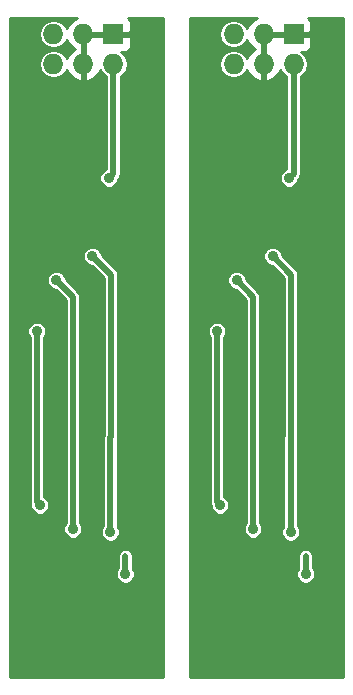
<source format=gbr>
G04 #@! TF.FileFunction,Copper,L2,Bot,Signal*
%FSLAX46Y46*%
G04 Gerber Fmt 4.6, Leading zero omitted, Abs format (unit mm)*
G04 Created by KiCad (PCBNEW (2015-02-15 BZR 5420)-product) date Tue 17 Feb 2015 11:56:18 AM EET*
%MOMM*%
G01*
G04 APERTURE LIST*
%ADD10C,0.100000*%
%ADD11R,1.727200X1.727200*%
%ADD12O,1.727200X1.727200*%
%ADD13C,0.889000*%
%ADD14C,0.508000*%
%ADD15C,0.254000*%
G04 APERTURE END LIST*
D10*
D11*
X68688000Y-24253286D03*
D12*
X68688000Y-26793286D03*
X66148000Y-24253286D03*
X66148000Y-26793286D03*
X63608000Y-24253286D03*
X63608000Y-26793286D03*
D11*
X83938000Y-24253286D03*
D12*
X83938000Y-26793286D03*
X81398000Y-24253286D03*
X81398000Y-26793286D03*
X78858000Y-24253286D03*
X78858000Y-26793286D03*
D13*
X69704000Y-69973286D03*
X84954000Y-69973286D03*
X67545000Y-57908286D03*
X71990000Y-69973286D03*
X60814000Y-69973286D03*
X66910000Y-63877286D03*
X63100000Y-69973286D03*
X62592000Y-65655286D03*
X82795000Y-57908286D03*
X87240000Y-69973286D03*
X76064000Y-69973286D03*
X82160000Y-63877286D03*
X78350000Y-69973286D03*
X77842000Y-65655286D03*
X62465000Y-64131286D03*
X62211000Y-49399286D03*
X77715000Y-64131286D03*
X77461000Y-49399286D03*
X68434000Y-66417286D03*
X66910000Y-43049286D03*
X83684000Y-66417286D03*
X82160000Y-43049286D03*
X65259000Y-66163286D03*
X63862000Y-45081286D03*
X80509000Y-66163286D03*
X79112000Y-45081286D03*
X68307000Y-36445286D03*
X83557000Y-36445286D03*
D14*
X69704000Y-68449286D02*
X69704000Y-69973286D01*
X84954000Y-68449286D02*
X84954000Y-69973286D01*
D15*
X64370000Y-69973286D02*
X66910000Y-67433286D01*
X66910000Y-67433286D02*
X66910000Y-63877286D01*
X63100000Y-69973286D02*
X64370000Y-69973286D01*
X63100000Y-66163286D02*
X62592000Y-65655286D01*
X63100000Y-69973286D02*
X63100000Y-66163286D01*
X79620000Y-69973286D02*
X82160000Y-67433286D01*
X82160000Y-67433286D02*
X82160000Y-63877286D01*
X78350000Y-69973286D02*
X79620000Y-69973286D01*
X78350000Y-66163286D02*
X77842000Y-65655286D01*
X78350000Y-69973286D02*
X78350000Y-66163286D01*
D14*
X62211000Y-63877286D02*
X62465000Y-64131286D01*
X62211000Y-63877286D02*
X62211000Y-49399286D01*
X77461000Y-63877286D02*
X77715000Y-64131286D01*
X77461000Y-63877286D02*
X77461000Y-49399286D01*
X68434000Y-66417286D02*
X68434000Y-58391396D01*
X68434000Y-58391396D02*
X68472101Y-58353295D01*
X68472101Y-58353295D02*
X68472101Y-49564387D01*
X68472101Y-44611387D02*
X66910000Y-43049286D01*
X68472101Y-49564387D02*
X68472101Y-44611387D01*
X83684000Y-66417286D02*
X83684000Y-58391396D01*
X83684000Y-58391396D02*
X83722101Y-58353295D01*
X83722101Y-58353295D02*
X83722101Y-49564387D01*
X83722101Y-44611387D02*
X82160000Y-43049286D01*
X83722101Y-49564387D02*
X83722101Y-44611387D01*
X65259000Y-50458468D02*
X65259000Y-51431286D01*
X65259000Y-66163286D02*
X65259000Y-51431286D01*
X65259000Y-46478286D02*
X63862000Y-45081286D01*
X65259000Y-50458468D02*
X65259000Y-46478286D01*
X80509000Y-50458468D02*
X80509000Y-51431286D01*
X80509000Y-66163286D02*
X80509000Y-51431286D01*
X80509000Y-46478286D02*
X79112000Y-45081286D01*
X80509000Y-50458468D02*
X80509000Y-46478286D01*
X68307000Y-36445286D02*
X68688000Y-36064286D01*
X68688000Y-36064286D02*
X68688000Y-26793286D01*
X83557000Y-36445286D02*
X83938000Y-36064286D01*
X83938000Y-36064286D02*
X83938000Y-26793286D01*
D15*
G36*
X88156937Y-78681000D02*
X85754239Y-78681000D01*
X85754239Y-69814834D01*
X85632687Y-69520658D01*
X85563600Y-69451450D01*
X85563600Y-68449286D01*
X85517197Y-68216002D01*
X85436600Y-68095380D01*
X85436600Y-25243196D01*
X85436600Y-24990577D01*
X85436600Y-24539036D01*
X85277850Y-24380286D01*
X84065000Y-24380286D01*
X84065000Y-24400286D01*
X83811000Y-24400286D01*
X83811000Y-24380286D01*
X82731817Y-24380286D01*
X82598150Y-24380286D01*
X81525000Y-24380286D01*
X81525000Y-25458817D01*
X81525000Y-25587755D01*
X81525000Y-26666286D01*
X81545000Y-26666286D01*
X81545000Y-26920286D01*
X81525000Y-26920286D01*
X81525000Y-28127755D01*
X81757027Y-28248254D01*
X82286490Y-28000107D01*
X82680688Y-27568233D01*
X82800495Y-27278974D01*
X83052009Y-27655391D01*
X83328400Y-27840069D01*
X83328400Y-35674031D01*
X83104372Y-35766599D01*
X82879104Y-35991474D01*
X82757039Y-36285438D01*
X82756761Y-36603738D01*
X82878313Y-36897914D01*
X83103188Y-37123182D01*
X83397152Y-37245247D01*
X83715452Y-37245525D01*
X84009628Y-37123973D01*
X84234896Y-36899098D01*
X84356961Y-36605134D01*
X84357046Y-36507344D01*
X84369052Y-36495339D01*
X84369052Y-36495338D01*
X84501197Y-36297570D01*
X84547599Y-36064286D01*
X84547600Y-36064286D01*
X84547600Y-27840069D01*
X84823991Y-27655391D01*
X85088280Y-27259854D01*
X85181086Y-26793286D01*
X85088280Y-26326718D01*
X84823991Y-25931181D01*
X84555656Y-25751886D01*
X84927909Y-25751886D01*
X85161298Y-25655213D01*
X85339927Y-25476585D01*
X85436600Y-25243196D01*
X85436600Y-68095380D01*
X85385052Y-68018234D01*
X85187284Y-67886089D01*
X84954000Y-67839686D01*
X84720716Y-67886089D01*
X84522948Y-68018234D01*
X84484239Y-68076165D01*
X84484239Y-66258834D01*
X84362687Y-65964658D01*
X84293600Y-65895450D01*
X84293600Y-58544841D01*
X84331701Y-58353295D01*
X84331701Y-49564387D01*
X84331701Y-44611387D01*
X84285298Y-44378103D01*
X84153153Y-44180335D01*
X84153153Y-44180334D01*
X82960154Y-42987336D01*
X82960239Y-42890834D01*
X82838687Y-42596658D01*
X82613812Y-42371390D01*
X82319848Y-42249325D01*
X82001548Y-42249047D01*
X81707372Y-42370599D01*
X81482104Y-42595474D01*
X81360039Y-42889438D01*
X81359761Y-43207738D01*
X81481313Y-43501914D01*
X81706188Y-43727182D01*
X82000152Y-43849247D01*
X82097942Y-43849332D01*
X83112501Y-44863891D01*
X83112501Y-49564387D01*
X83112501Y-58199849D01*
X83074400Y-58391396D01*
X83074400Y-65895297D01*
X83006104Y-65963474D01*
X82884039Y-66257438D01*
X82883761Y-66575738D01*
X83005313Y-66869914D01*
X83230188Y-67095182D01*
X83524152Y-67217247D01*
X83842452Y-67217525D01*
X84136628Y-67095973D01*
X84361896Y-66871098D01*
X84483961Y-66577134D01*
X84484239Y-66258834D01*
X84484239Y-68076165D01*
X84390803Y-68216002D01*
X84344400Y-68449286D01*
X84344400Y-69451297D01*
X84276104Y-69519474D01*
X84154039Y-69813438D01*
X84153761Y-70131738D01*
X84275313Y-70425914D01*
X84500188Y-70651182D01*
X84794152Y-70773247D01*
X85112452Y-70773525D01*
X85406628Y-70651973D01*
X85631896Y-70427098D01*
X85753961Y-70133134D01*
X85754239Y-69814834D01*
X85754239Y-78681000D01*
X81309239Y-78681000D01*
X81309239Y-66004834D01*
X81187687Y-65710658D01*
X81118600Y-65641450D01*
X81118600Y-51431286D01*
X81118600Y-50458468D01*
X81118600Y-46478286D01*
X81072197Y-46245002D01*
X80940052Y-46047234D01*
X80940052Y-46047233D01*
X79912154Y-45019336D01*
X79912239Y-44922834D01*
X79790687Y-44628658D01*
X79565812Y-44403390D01*
X79271848Y-44281325D01*
X78953548Y-44281047D01*
X78659372Y-44402599D01*
X78434104Y-44627474D01*
X78312039Y-44921438D01*
X78311761Y-45239738D01*
X78433313Y-45533914D01*
X78658188Y-45759182D01*
X78952152Y-45881247D01*
X79049942Y-45881332D01*
X79899400Y-46730790D01*
X79899400Y-50458468D01*
X79899400Y-51431286D01*
X79899400Y-65641297D01*
X79831104Y-65709474D01*
X79709039Y-66003438D01*
X79708761Y-66321738D01*
X79830313Y-66615914D01*
X80055188Y-66841182D01*
X80349152Y-66963247D01*
X80667452Y-66963525D01*
X80961628Y-66841973D01*
X81186896Y-66617098D01*
X81308961Y-66323134D01*
X81309239Y-66004834D01*
X81309239Y-78681000D01*
X78515239Y-78681000D01*
X78515239Y-63972834D01*
X78393687Y-63678658D01*
X78168812Y-63453390D01*
X78070600Y-63412608D01*
X78070600Y-49921274D01*
X78138896Y-49853098D01*
X78260961Y-49559134D01*
X78261239Y-49240834D01*
X78139687Y-48946658D01*
X77914812Y-48721390D01*
X77620848Y-48599325D01*
X77302548Y-48599047D01*
X77008372Y-48720599D01*
X76783104Y-48945474D01*
X76661039Y-49239438D01*
X76660761Y-49557738D01*
X76782313Y-49851914D01*
X76851400Y-49921121D01*
X76851400Y-63877286D01*
X76897803Y-64110570D01*
X76914895Y-64136150D01*
X76914761Y-64289738D01*
X77036313Y-64583914D01*
X77261188Y-64809182D01*
X77555152Y-64931247D01*
X77873452Y-64931525D01*
X78167628Y-64809973D01*
X78392896Y-64585098D01*
X78514961Y-64291134D01*
X78515239Y-63972834D01*
X78515239Y-78681000D01*
X75202937Y-78681000D01*
X75175201Y-22880886D01*
X80862800Y-22880886D01*
X80509510Y-23046465D01*
X80115312Y-23478339D01*
X79995504Y-23767597D01*
X79743991Y-23391181D01*
X79348454Y-23126892D01*
X78881886Y-23034086D01*
X78834114Y-23034086D01*
X78367546Y-23126892D01*
X77972009Y-23391181D01*
X77707720Y-23786718D01*
X77614914Y-24253286D01*
X77707720Y-24719854D01*
X77972009Y-25115391D01*
X78367546Y-25379680D01*
X78834114Y-25472486D01*
X78881886Y-25472486D01*
X79348454Y-25379680D01*
X79743991Y-25115391D01*
X79995504Y-24738974D01*
X80115312Y-25028233D01*
X80509510Y-25460107D01*
X80644312Y-25523286D01*
X80509510Y-25586465D01*
X80115312Y-26018339D01*
X79995504Y-26307597D01*
X79743991Y-25931181D01*
X79348454Y-25666892D01*
X78881886Y-25574086D01*
X78834114Y-25574086D01*
X78367546Y-25666892D01*
X77972009Y-25931181D01*
X77707720Y-26326718D01*
X77614914Y-26793286D01*
X77707720Y-27259854D01*
X77972009Y-27655391D01*
X78367546Y-27919680D01*
X78834114Y-28012486D01*
X78881886Y-28012486D01*
X79348454Y-27919680D01*
X79743991Y-27655391D01*
X79995504Y-27278974D01*
X80115312Y-27568233D01*
X80509510Y-28000107D01*
X81038973Y-28248254D01*
X81271000Y-28127755D01*
X81271000Y-26920286D01*
X81251000Y-26920286D01*
X81251000Y-26666286D01*
X81271000Y-26666286D01*
X81271000Y-25587755D01*
X81271000Y-25458817D01*
X81271000Y-24380286D01*
X81251000Y-24380286D01*
X81251000Y-24126286D01*
X81271000Y-24126286D01*
X81271000Y-24106286D01*
X81525000Y-24106286D01*
X81525000Y-24126286D01*
X82598150Y-24126286D01*
X82731817Y-24126286D01*
X83811000Y-24126286D01*
X83811000Y-24106286D01*
X84065000Y-24106286D01*
X84065000Y-24126286D01*
X85277850Y-24126286D01*
X85436600Y-23967536D01*
X85436600Y-23515995D01*
X85436600Y-23263376D01*
X85339927Y-23029987D01*
X85190825Y-22880886D01*
X88129201Y-22880886D01*
X88156937Y-78681000D01*
X88156937Y-78681000D01*
G37*
X88156937Y-78681000D02*
X85754239Y-78681000D01*
X85754239Y-69814834D01*
X85632687Y-69520658D01*
X85563600Y-69451450D01*
X85563600Y-68449286D01*
X85517197Y-68216002D01*
X85436600Y-68095380D01*
X85436600Y-25243196D01*
X85436600Y-24990577D01*
X85436600Y-24539036D01*
X85277850Y-24380286D01*
X84065000Y-24380286D01*
X84065000Y-24400286D01*
X83811000Y-24400286D01*
X83811000Y-24380286D01*
X82731817Y-24380286D01*
X82598150Y-24380286D01*
X81525000Y-24380286D01*
X81525000Y-25458817D01*
X81525000Y-25587755D01*
X81525000Y-26666286D01*
X81545000Y-26666286D01*
X81545000Y-26920286D01*
X81525000Y-26920286D01*
X81525000Y-28127755D01*
X81757027Y-28248254D01*
X82286490Y-28000107D01*
X82680688Y-27568233D01*
X82800495Y-27278974D01*
X83052009Y-27655391D01*
X83328400Y-27840069D01*
X83328400Y-35674031D01*
X83104372Y-35766599D01*
X82879104Y-35991474D01*
X82757039Y-36285438D01*
X82756761Y-36603738D01*
X82878313Y-36897914D01*
X83103188Y-37123182D01*
X83397152Y-37245247D01*
X83715452Y-37245525D01*
X84009628Y-37123973D01*
X84234896Y-36899098D01*
X84356961Y-36605134D01*
X84357046Y-36507344D01*
X84369052Y-36495339D01*
X84369052Y-36495338D01*
X84501197Y-36297570D01*
X84547599Y-36064286D01*
X84547600Y-36064286D01*
X84547600Y-27840069D01*
X84823991Y-27655391D01*
X85088280Y-27259854D01*
X85181086Y-26793286D01*
X85088280Y-26326718D01*
X84823991Y-25931181D01*
X84555656Y-25751886D01*
X84927909Y-25751886D01*
X85161298Y-25655213D01*
X85339927Y-25476585D01*
X85436600Y-25243196D01*
X85436600Y-68095380D01*
X85385052Y-68018234D01*
X85187284Y-67886089D01*
X84954000Y-67839686D01*
X84720716Y-67886089D01*
X84522948Y-68018234D01*
X84484239Y-68076165D01*
X84484239Y-66258834D01*
X84362687Y-65964658D01*
X84293600Y-65895450D01*
X84293600Y-58544841D01*
X84331701Y-58353295D01*
X84331701Y-49564387D01*
X84331701Y-44611387D01*
X84285298Y-44378103D01*
X84153153Y-44180335D01*
X84153153Y-44180334D01*
X82960154Y-42987336D01*
X82960239Y-42890834D01*
X82838687Y-42596658D01*
X82613812Y-42371390D01*
X82319848Y-42249325D01*
X82001548Y-42249047D01*
X81707372Y-42370599D01*
X81482104Y-42595474D01*
X81360039Y-42889438D01*
X81359761Y-43207738D01*
X81481313Y-43501914D01*
X81706188Y-43727182D01*
X82000152Y-43849247D01*
X82097942Y-43849332D01*
X83112501Y-44863891D01*
X83112501Y-49564387D01*
X83112501Y-58199849D01*
X83074400Y-58391396D01*
X83074400Y-65895297D01*
X83006104Y-65963474D01*
X82884039Y-66257438D01*
X82883761Y-66575738D01*
X83005313Y-66869914D01*
X83230188Y-67095182D01*
X83524152Y-67217247D01*
X83842452Y-67217525D01*
X84136628Y-67095973D01*
X84361896Y-66871098D01*
X84483961Y-66577134D01*
X84484239Y-66258834D01*
X84484239Y-68076165D01*
X84390803Y-68216002D01*
X84344400Y-68449286D01*
X84344400Y-69451297D01*
X84276104Y-69519474D01*
X84154039Y-69813438D01*
X84153761Y-70131738D01*
X84275313Y-70425914D01*
X84500188Y-70651182D01*
X84794152Y-70773247D01*
X85112452Y-70773525D01*
X85406628Y-70651973D01*
X85631896Y-70427098D01*
X85753961Y-70133134D01*
X85754239Y-69814834D01*
X85754239Y-78681000D01*
X81309239Y-78681000D01*
X81309239Y-66004834D01*
X81187687Y-65710658D01*
X81118600Y-65641450D01*
X81118600Y-51431286D01*
X81118600Y-50458468D01*
X81118600Y-46478286D01*
X81072197Y-46245002D01*
X80940052Y-46047234D01*
X80940052Y-46047233D01*
X79912154Y-45019336D01*
X79912239Y-44922834D01*
X79790687Y-44628658D01*
X79565812Y-44403390D01*
X79271848Y-44281325D01*
X78953548Y-44281047D01*
X78659372Y-44402599D01*
X78434104Y-44627474D01*
X78312039Y-44921438D01*
X78311761Y-45239738D01*
X78433313Y-45533914D01*
X78658188Y-45759182D01*
X78952152Y-45881247D01*
X79049942Y-45881332D01*
X79899400Y-46730790D01*
X79899400Y-50458468D01*
X79899400Y-51431286D01*
X79899400Y-65641297D01*
X79831104Y-65709474D01*
X79709039Y-66003438D01*
X79708761Y-66321738D01*
X79830313Y-66615914D01*
X80055188Y-66841182D01*
X80349152Y-66963247D01*
X80667452Y-66963525D01*
X80961628Y-66841973D01*
X81186896Y-66617098D01*
X81308961Y-66323134D01*
X81309239Y-66004834D01*
X81309239Y-78681000D01*
X78515239Y-78681000D01*
X78515239Y-63972834D01*
X78393687Y-63678658D01*
X78168812Y-63453390D01*
X78070600Y-63412608D01*
X78070600Y-49921274D01*
X78138896Y-49853098D01*
X78260961Y-49559134D01*
X78261239Y-49240834D01*
X78139687Y-48946658D01*
X77914812Y-48721390D01*
X77620848Y-48599325D01*
X77302548Y-48599047D01*
X77008372Y-48720599D01*
X76783104Y-48945474D01*
X76661039Y-49239438D01*
X76660761Y-49557738D01*
X76782313Y-49851914D01*
X76851400Y-49921121D01*
X76851400Y-63877286D01*
X76897803Y-64110570D01*
X76914895Y-64136150D01*
X76914761Y-64289738D01*
X77036313Y-64583914D01*
X77261188Y-64809182D01*
X77555152Y-64931247D01*
X77873452Y-64931525D01*
X78167628Y-64809973D01*
X78392896Y-64585098D01*
X78514961Y-64291134D01*
X78515239Y-63972834D01*
X78515239Y-78681000D01*
X75202937Y-78681000D01*
X75175201Y-22880886D01*
X80862800Y-22880886D01*
X80509510Y-23046465D01*
X80115312Y-23478339D01*
X79995504Y-23767597D01*
X79743991Y-23391181D01*
X79348454Y-23126892D01*
X78881886Y-23034086D01*
X78834114Y-23034086D01*
X78367546Y-23126892D01*
X77972009Y-23391181D01*
X77707720Y-23786718D01*
X77614914Y-24253286D01*
X77707720Y-24719854D01*
X77972009Y-25115391D01*
X78367546Y-25379680D01*
X78834114Y-25472486D01*
X78881886Y-25472486D01*
X79348454Y-25379680D01*
X79743991Y-25115391D01*
X79995504Y-24738974D01*
X80115312Y-25028233D01*
X80509510Y-25460107D01*
X80644312Y-25523286D01*
X80509510Y-25586465D01*
X80115312Y-26018339D01*
X79995504Y-26307597D01*
X79743991Y-25931181D01*
X79348454Y-25666892D01*
X78881886Y-25574086D01*
X78834114Y-25574086D01*
X78367546Y-25666892D01*
X77972009Y-25931181D01*
X77707720Y-26326718D01*
X77614914Y-26793286D01*
X77707720Y-27259854D01*
X77972009Y-27655391D01*
X78367546Y-27919680D01*
X78834114Y-28012486D01*
X78881886Y-28012486D01*
X79348454Y-27919680D01*
X79743991Y-27655391D01*
X79995504Y-27278974D01*
X80115312Y-27568233D01*
X80509510Y-28000107D01*
X81038973Y-28248254D01*
X81271000Y-28127755D01*
X81271000Y-26920286D01*
X81251000Y-26920286D01*
X81251000Y-26666286D01*
X81271000Y-26666286D01*
X81271000Y-25587755D01*
X81271000Y-25458817D01*
X81271000Y-24380286D01*
X81251000Y-24380286D01*
X81251000Y-24126286D01*
X81271000Y-24126286D01*
X81271000Y-24106286D01*
X81525000Y-24106286D01*
X81525000Y-24126286D01*
X82598150Y-24126286D01*
X82731817Y-24126286D01*
X83811000Y-24126286D01*
X83811000Y-24106286D01*
X84065000Y-24106286D01*
X84065000Y-24126286D01*
X85277850Y-24126286D01*
X85436600Y-23967536D01*
X85436600Y-23515995D01*
X85436600Y-23263376D01*
X85339927Y-23029987D01*
X85190825Y-22880886D01*
X88129201Y-22880886D01*
X88156937Y-78681000D01*
G36*
X72906937Y-78681000D02*
X70504239Y-78681000D01*
X70504239Y-69814834D01*
X70382687Y-69520658D01*
X70313600Y-69451450D01*
X70313600Y-68449286D01*
X70267197Y-68216002D01*
X70186600Y-68095380D01*
X70186600Y-25243196D01*
X70186600Y-24990577D01*
X70186600Y-24539036D01*
X70027850Y-24380286D01*
X68815000Y-24380286D01*
X68815000Y-24400286D01*
X68561000Y-24400286D01*
X68561000Y-24380286D01*
X67481817Y-24380286D01*
X67348150Y-24380286D01*
X66275000Y-24380286D01*
X66275000Y-25458817D01*
X66275000Y-25587755D01*
X66275000Y-26666286D01*
X66295000Y-26666286D01*
X66295000Y-26920286D01*
X66275000Y-26920286D01*
X66275000Y-28127755D01*
X66507027Y-28248254D01*
X67036490Y-28000107D01*
X67430688Y-27568233D01*
X67550495Y-27278974D01*
X67802009Y-27655391D01*
X68078400Y-27840069D01*
X68078400Y-35674031D01*
X67854372Y-35766599D01*
X67629104Y-35991474D01*
X67507039Y-36285438D01*
X67506761Y-36603738D01*
X67628313Y-36897914D01*
X67853188Y-37123182D01*
X68147152Y-37245247D01*
X68465452Y-37245525D01*
X68759628Y-37123973D01*
X68984896Y-36899098D01*
X69106961Y-36605134D01*
X69107046Y-36507344D01*
X69119052Y-36495339D01*
X69119052Y-36495338D01*
X69251197Y-36297570D01*
X69297599Y-36064286D01*
X69297600Y-36064286D01*
X69297600Y-27840069D01*
X69573991Y-27655391D01*
X69838280Y-27259854D01*
X69931086Y-26793286D01*
X69838280Y-26326718D01*
X69573991Y-25931181D01*
X69305656Y-25751886D01*
X69677909Y-25751886D01*
X69911298Y-25655213D01*
X70089927Y-25476585D01*
X70186600Y-25243196D01*
X70186600Y-68095380D01*
X70135052Y-68018234D01*
X69937284Y-67886089D01*
X69704000Y-67839686D01*
X69470716Y-67886089D01*
X69272948Y-68018234D01*
X69234239Y-68076165D01*
X69234239Y-66258834D01*
X69112687Y-65964658D01*
X69043600Y-65895450D01*
X69043600Y-58544841D01*
X69081701Y-58353295D01*
X69081701Y-49564387D01*
X69081701Y-44611387D01*
X69035298Y-44378103D01*
X68903153Y-44180335D01*
X68903153Y-44180334D01*
X67710154Y-42987336D01*
X67710239Y-42890834D01*
X67588687Y-42596658D01*
X67363812Y-42371390D01*
X67069848Y-42249325D01*
X66751548Y-42249047D01*
X66457372Y-42370599D01*
X66232104Y-42595474D01*
X66110039Y-42889438D01*
X66109761Y-43207738D01*
X66231313Y-43501914D01*
X66456188Y-43727182D01*
X66750152Y-43849247D01*
X66847942Y-43849332D01*
X67862501Y-44863891D01*
X67862501Y-49564387D01*
X67862501Y-58199849D01*
X67824400Y-58391396D01*
X67824400Y-65895297D01*
X67756104Y-65963474D01*
X67634039Y-66257438D01*
X67633761Y-66575738D01*
X67755313Y-66869914D01*
X67980188Y-67095182D01*
X68274152Y-67217247D01*
X68592452Y-67217525D01*
X68886628Y-67095973D01*
X69111896Y-66871098D01*
X69233961Y-66577134D01*
X69234239Y-66258834D01*
X69234239Y-68076165D01*
X69140803Y-68216002D01*
X69094400Y-68449286D01*
X69094400Y-69451297D01*
X69026104Y-69519474D01*
X68904039Y-69813438D01*
X68903761Y-70131738D01*
X69025313Y-70425914D01*
X69250188Y-70651182D01*
X69544152Y-70773247D01*
X69862452Y-70773525D01*
X70156628Y-70651973D01*
X70381896Y-70427098D01*
X70503961Y-70133134D01*
X70504239Y-69814834D01*
X70504239Y-78681000D01*
X66059239Y-78681000D01*
X66059239Y-66004834D01*
X65937687Y-65710658D01*
X65868600Y-65641450D01*
X65868600Y-51431286D01*
X65868600Y-50458468D01*
X65868600Y-46478286D01*
X65822197Y-46245002D01*
X65690052Y-46047234D01*
X65690052Y-46047233D01*
X64662154Y-45019336D01*
X64662239Y-44922834D01*
X64540687Y-44628658D01*
X64315812Y-44403390D01*
X64021848Y-44281325D01*
X63703548Y-44281047D01*
X63409372Y-44402599D01*
X63184104Y-44627474D01*
X63062039Y-44921438D01*
X63061761Y-45239738D01*
X63183313Y-45533914D01*
X63408188Y-45759182D01*
X63702152Y-45881247D01*
X63799942Y-45881332D01*
X64649400Y-46730790D01*
X64649400Y-50458468D01*
X64649400Y-51431286D01*
X64649400Y-65641297D01*
X64581104Y-65709474D01*
X64459039Y-66003438D01*
X64458761Y-66321738D01*
X64580313Y-66615914D01*
X64805188Y-66841182D01*
X65099152Y-66963247D01*
X65417452Y-66963525D01*
X65711628Y-66841973D01*
X65936896Y-66617098D01*
X66058961Y-66323134D01*
X66059239Y-66004834D01*
X66059239Y-78681000D01*
X63265239Y-78681000D01*
X63265239Y-63972834D01*
X63143687Y-63678658D01*
X62918812Y-63453390D01*
X62820600Y-63412608D01*
X62820600Y-49921274D01*
X62888896Y-49853098D01*
X63010961Y-49559134D01*
X63011239Y-49240834D01*
X62889687Y-48946658D01*
X62664812Y-48721390D01*
X62370848Y-48599325D01*
X62052548Y-48599047D01*
X61758372Y-48720599D01*
X61533104Y-48945474D01*
X61411039Y-49239438D01*
X61410761Y-49557738D01*
X61532313Y-49851914D01*
X61601400Y-49921121D01*
X61601400Y-63877286D01*
X61647803Y-64110570D01*
X61664895Y-64136150D01*
X61664761Y-64289738D01*
X61786313Y-64583914D01*
X62011188Y-64809182D01*
X62305152Y-64931247D01*
X62623452Y-64931525D01*
X62917628Y-64809973D01*
X63142896Y-64585098D01*
X63264961Y-64291134D01*
X63265239Y-63972834D01*
X63265239Y-78681000D01*
X59952937Y-78681000D01*
X59925201Y-22880886D01*
X65612800Y-22880886D01*
X65259510Y-23046465D01*
X64865312Y-23478339D01*
X64745504Y-23767597D01*
X64493991Y-23391181D01*
X64098454Y-23126892D01*
X63631886Y-23034086D01*
X63584114Y-23034086D01*
X63117546Y-23126892D01*
X62722009Y-23391181D01*
X62457720Y-23786718D01*
X62364914Y-24253286D01*
X62457720Y-24719854D01*
X62722009Y-25115391D01*
X63117546Y-25379680D01*
X63584114Y-25472486D01*
X63631886Y-25472486D01*
X64098454Y-25379680D01*
X64493991Y-25115391D01*
X64745504Y-24738974D01*
X64865312Y-25028233D01*
X65259510Y-25460107D01*
X65394312Y-25523286D01*
X65259510Y-25586465D01*
X64865312Y-26018339D01*
X64745504Y-26307597D01*
X64493991Y-25931181D01*
X64098454Y-25666892D01*
X63631886Y-25574086D01*
X63584114Y-25574086D01*
X63117546Y-25666892D01*
X62722009Y-25931181D01*
X62457720Y-26326718D01*
X62364914Y-26793286D01*
X62457720Y-27259854D01*
X62722009Y-27655391D01*
X63117546Y-27919680D01*
X63584114Y-28012486D01*
X63631886Y-28012486D01*
X64098454Y-27919680D01*
X64493991Y-27655391D01*
X64745504Y-27278974D01*
X64865312Y-27568233D01*
X65259510Y-28000107D01*
X65788973Y-28248254D01*
X66021000Y-28127755D01*
X66021000Y-26920286D01*
X66001000Y-26920286D01*
X66001000Y-26666286D01*
X66021000Y-26666286D01*
X66021000Y-25587755D01*
X66021000Y-25458817D01*
X66021000Y-24380286D01*
X66001000Y-24380286D01*
X66001000Y-24126286D01*
X66021000Y-24126286D01*
X66021000Y-24106286D01*
X66275000Y-24106286D01*
X66275000Y-24126286D01*
X67348150Y-24126286D01*
X67481817Y-24126286D01*
X68561000Y-24126286D01*
X68561000Y-24106286D01*
X68815000Y-24106286D01*
X68815000Y-24126286D01*
X70027850Y-24126286D01*
X70186600Y-23967536D01*
X70186600Y-23515995D01*
X70186600Y-23263376D01*
X70089927Y-23029987D01*
X69940825Y-22880886D01*
X72879201Y-22880886D01*
X72906937Y-78681000D01*
X72906937Y-78681000D01*
G37*
X72906937Y-78681000D02*
X70504239Y-78681000D01*
X70504239Y-69814834D01*
X70382687Y-69520658D01*
X70313600Y-69451450D01*
X70313600Y-68449286D01*
X70267197Y-68216002D01*
X70186600Y-68095380D01*
X70186600Y-25243196D01*
X70186600Y-24990577D01*
X70186600Y-24539036D01*
X70027850Y-24380286D01*
X68815000Y-24380286D01*
X68815000Y-24400286D01*
X68561000Y-24400286D01*
X68561000Y-24380286D01*
X67481817Y-24380286D01*
X67348150Y-24380286D01*
X66275000Y-24380286D01*
X66275000Y-25458817D01*
X66275000Y-25587755D01*
X66275000Y-26666286D01*
X66295000Y-26666286D01*
X66295000Y-26920286D01*
X66275000Y-26920286D01*
X66275000Y-28127755D01*
X66507027Y-28248254D01*
X67036490Y-28000107D01*
X67430688Y-27568233D01*
X67550495Y-27278974D01*
X67802009Y-27655391D01*
X68078400Y-27840069D01*
X68078400Y-35674031D01*
X67854372Y-35766599D01*
X67629104Y-35991474D01*
X67507039Y-36285438D01*
X67506761Y-36603738D01*
X67628313Y-36897914D01*
X67853188Y-37123182D01*
X68147152Y-37245247D01*
X68465452Y-37245525D01*
X68759628Y-37123973D01*
X68984896Y-36899098D01*
X69106961Y-36605134D01*
X69107046Y-36507344D01*
X69119052Y-36495339D01*
X69119052Y-36495338D01*
X69251197Y-36297570D01*
X69297599Y-36064286D01*
X69297600Y-36064286D01*
X69297600Y-27840069D01*
X69573991Y-27655391D01*
X69838280Y-27259854D01*
X69931086Y-26793286D01*
X69838280Y-26326718D01*
X69573991Y-25931181D01*
X69305656Y-25751886D01*
X69677909Y-25751886D01*
X69911298Y-25655213D01*
X70089927Y-25476585D01*
X70186600Y-25243196D01*
X70186600Y-68095380D01*
X70135052Y-68018234D01*
X69937284Y-67886089D01*
X69704000Y-67839686D01*
X69470716Y-67886089D01*
X69272948Y-68018234D01*
X69234239Y-68076165D01*
X69234239Y-66258834D01*
X69112687Y-65964658D01*
X69043600Y-65895450D01*
X69043600Y-58544841D01*
X69081701Y-58353295D01*
X69081701Y-49564387D01*
X69081701Y-44611387D01*
X69035298Y-44378103D01*
X68903153Y-44180335D01*
X68903153Y-44180334D01*
X67710154Y-42987336D01*
X67710239Y-42890834D01*
X67588687Y-42596658D01*
X67363812Y-42371390D01*
X67069848Y-42249325D01*
X66751548Y-42249047D01*
X66457372Y-42370599D01*
X66232104Y-42595474D01*
X66110039Y-42889438D01*
X66109761Y-43207738D01*
X66231313Y-43501914D01*
X66456188Y-43727182D01*
X66750152Y-43849247D01*
X66847942Y-43849332D01*
X67862501Y-44863891D01*
X67862501Y-49564387D01*
X67862501Y-58199849D01*
X67824400Y-58391396D01*
X67824400Y-65895297D01*
X67756104Y-65963474D01*
X67634039Y-66257438D01*
X67633761Y-66575738D01*
X67755313Y-66869914D01*
X67980188Y-67095182D01*
X68274152Y-67217247D01*
X68592452Y-67217525D01*
X68886628Y-67095973D01*
X69111896Y-66871098D01*
X69233961Y-66577134D01*
X69234239Y-66258834D01*
X69234239Y-68076165D01*
X69140803Y-68216002D01*
X69094400Y-68449286D01*
X69094400Y-69451297D01*
X69026104Y-69519474D01*
X68904039Y-69813438D01*
X68903761Y-70131738D01*
X69025313Y-70425914D01*
X69250188Y-70651182D01*
X69544152Y-70773247D01*
X69862452Y-70773525D01*
X70156628Y-70651973D01*
X70381896Y-70427098D01*
X70503961Y-70133134D01*
X70504239Y-69814834D01*
X70504239Y-78681000D01*
X66059239Y-78681000D01*
X66059239Y-66004834D01*
X65937687Y-65710658D01*
X65868600Y-65641450D01*
X65868600Y-51431286D01*
X65868600Y-50458468D01*
X65868600Y-46478286D01*
X65822197Y-46245002D01*
X65690052Y-46047234D01*
X65690052Y-46047233D01*
X64662154Y-45019336D01*
X64662239Y-44922834D01*
X64540687Y-44628658D01*
X64315812Y-44403390D01*
X64021848Y-44281325D01*
X63703548Y-44281047D01*
X63409372Y-44402599D01*
X63184104Y-44627474D01*
X63062039Y-44921438D01*
X63061761Y-45239738D01*
X63183313Y-45533914D01*
X63408188Y-45759182D01*
X63702152Y-45881247D01*
X63799942Y-45881332D01*
X64649400Y-46730790D01*
X64649400Y-50458468D01*
X64649400Y-51431286D01*
X64649400Y-65641297D01*
X64581104Y-65709474D01*
X64459039Y-66003438D01*
X64458761Y-66321738D01*
X64580313Y-66615914D01*
X64805188Y-66841182D01*
X65099152Y-66963247D01*
X65417452Y-66963525D01*
X65711628Y-66841973D01*
X65936896Y-66617098D01*
X66058961Y-66323134D01*
X66059239Y-66004834D01*
X66059239Y-78681000D01*
X63265239Y-78681000D01*
X63265239Y-63972834D01*
X63143687Y-63678658D01*
X62918812Y-63453390D01*
X62820600Y-63412608D01*
X62820600Y-49921274D01*
X62888896Y-49853098D01*
X63010961Y-49559134D01*
X63011239Y-49240834D01*
X62889687Y-48946658D01*
X62664812Y-48721390D01*
X62370848Y-48599325D01*
X62052548Y-48599047D01*
X61758372Y-48720599D01*
X61533104Y-48945474D01*
X61411039Y-49239438D01*
X61410761Y-49557738D01*
X61532313Y-49851914D01*
X61601400Y-49921121D01*
X61601400Y-63877286D01*
X61647803Y-64110570D01*
X61664895Y-64136150D01*
X61664761Y-64289738D01*
X61786313Y-64583914D01*
X62011188Y-64809182D01*
X62305152Y-64931247D01*
X62623452Y-64931525D01*
X62917628Y-64809973D01*
X63142896Y-64585098D01*
X63264961Y-64291134D01*
X63265239Y-63972834D01*
X63265239Y-78681000D01*
X59952937Y-78681000D01*
X59925201Y-22880886D01*
X65612800Y-22880886D01*
X65259510Y-23046465D01*
X64865312Y-23478339D01*
X64745504Y-23767597D01*
X64493991Y-23391181D01*
X64098454Y-23126892D01*
X63631886Y-23034086D01*
X63584114Y-23034086D01*
X63117546Y-23126892D01*
X62722009Y-23391181D01*
X62457720Y-23786718D01*
X62364914Y-24253286D01*
X62457720Y-24719854D01*
X62722009Y-25115391D01*
X63117546Y-25379680D01*
X63584114Y-25472486D01*
X63631886Y-25472486D01*
X64098454Y-25379680D01*
X64493991Y-25115391D01*
X64745504Y-24738974D01*
X64865312Y-25028233D01*
X65259510Y-25460107D01*
X65394312Y-25523286D01*
X65259510Y-25586465D01*
X64865312Y-26018339D01*
X64745504Y-26307597D01*
X64493991Y-25931181D01*
X64098454Y-25666892D01*
X63631886Y-25574086D01*
X63584114Y-25574086D01*
X63117546Y-25666892D01*
X62722009Y-25931181D01*
X62457720Y-26326718D01*
X62364914Y-26793286D01*
X62457720Y-27259854D01*
X62722009Y-27655391D01*
X63117546Y-27919680D01*
X63584114Y-28012486D01*
X63631886Y-28012486D01*
X64098454Y-27919680D01*
X64493991Y-27655391D01*
X64745504Y-27278974D01*
X64865312Y-27568233D01*
X65259510Y-28000107D01*
X65788973Y-28248254D01*
X66021000Y-28127755D01*
X66021000Y-26920286D01*
X66001000Y-26920286D01*
X66001000Y-26666286D01*
X66021000Y-26666286D01*
X66021000Y-25587755D01*
X66021000Y-25458817D01*
X66021000Y-24380286D01*
X66001000Y-24380286D01*
X66001000Y-24126286D01*
X66021000Y-24126286D01*
X66021000Y-24106286D01*
X66275000Y-24106286D01*
X66275000Y-24126286D01*
X67348150Y-24126286D01*
X67481817Y-24126286D01*
X68561000Y-24126286D01*
X68561000Y-24106286D01*
X68815000Y-24106286D01*
X68815000Y-24126286D01*
X70027850Y-24126286D01*
X70186600Y-23967536D01*
X70186600Y-23515995D01*
X70186600Y-23263376D01*
X70089927Y-23029987D01*
X69940825Y-22880886D01*
X72879201Y-22880886D01*
X72906937Y-78681000D01*
M02*

</source>
